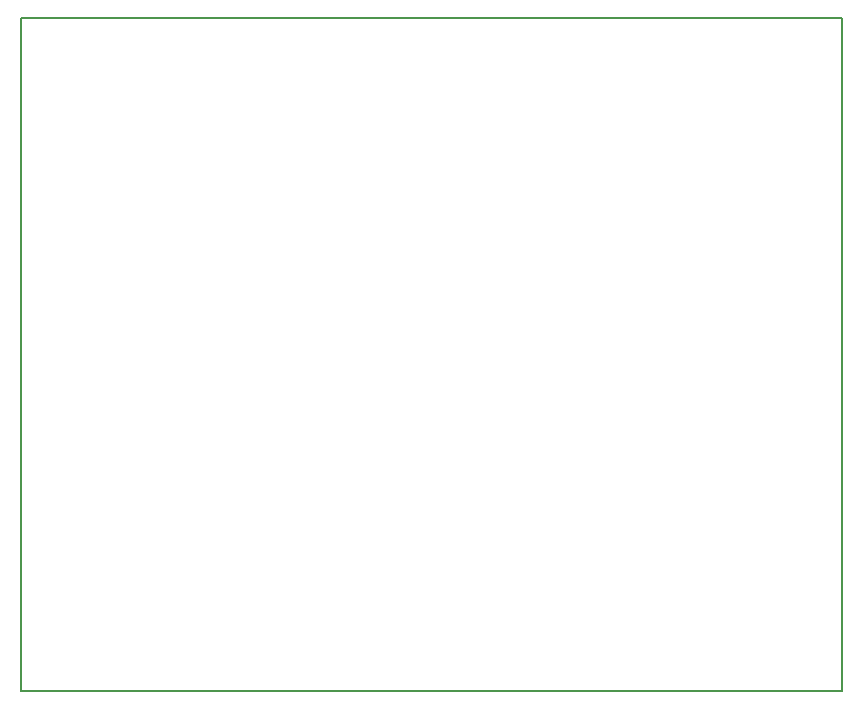
<source format=gko>
%TF.GenerationSoftware,KiCad,Pcbnew,6.0.11-2627ca5db0~126~ubuntu22.04.1*%
%TF.CreationDate,2023-09-22T10:59:18+02:00*%
%TF.ProjectId,nucleo_f302r8_extension,6e75636c-656f-45f6-9633-303272385f65,0.1*%
%TF.SameCoordinates,Original*%
%TF.FileFunction,Profile,NP*%
%FSLAX46Y46*%
G04 Gerber Fmt 4.6, Leading zero omitted, Abs format (unit mm)*
G04 Created by KiCad (PCBNEW 6.0.11-2627ca5db0~126~ubuntu22.04.1) date 2023-09-22 10:59:18*
%MOMM*%
%LPD*%
G01*
G04 APERTURE LIST*
%TA.AperFunction,Profile*%
%ADD10C,0.150000*%
%TD*%
G04 APERTURE END LIST*
D10*
X43990000Y-126660000D02*
X113490000Y-126660000D01*
X113490000Y-126660000D02*
X113490000Y-69660000D01*
X113490000Y-69660000D02*
X43990000Y-69660000D01*
X43990000Y-69660000D02*
X43990000Y-126660000D01*
M02*

</source>
